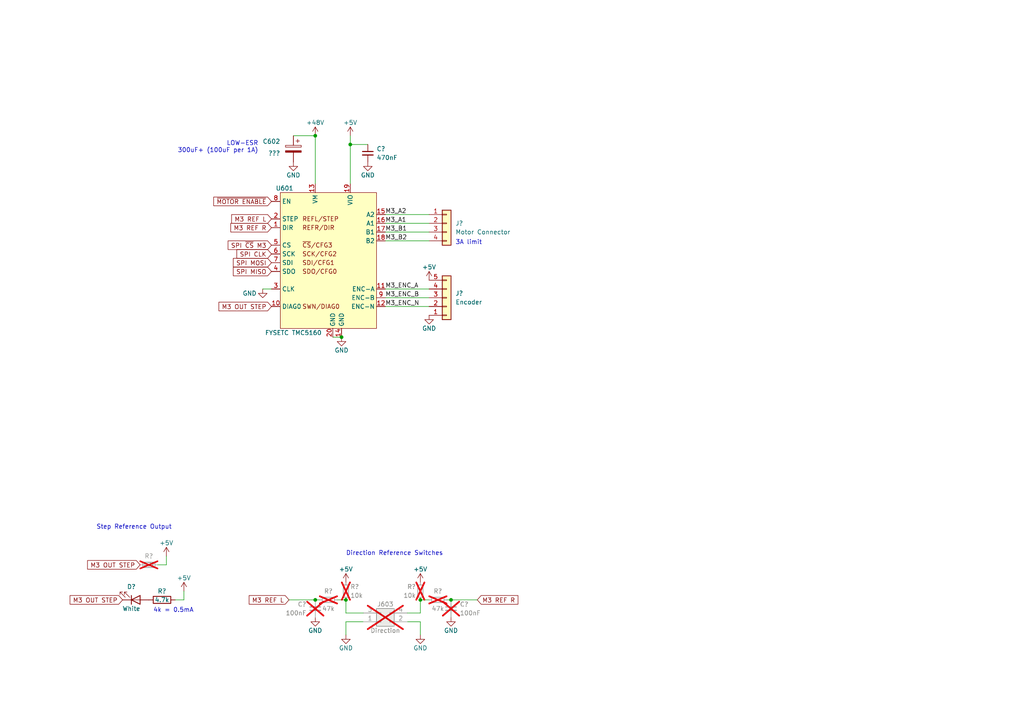
<source format=kicad_sch>
(kicad_sch (version 20230121) (generator eeschema)
  (paper "A4")
  (title_block (title "CAN 3D Printer (4 Motor) - Motor 3") (rev "1") (company "Abit Gray"))
  (lib_symbols
    (symbol "Connector_Generic:Conn_01x04" (pin_names (offset 1.016) hide)
      (property "Reference" "J" (at 0 5.08 0))
      (property "Value" "Conn_01x04" (at 0 -7.62 0))
      (symbol "Conn_01x04_1_1"
        (rectangle (start -1.27 -4.953) (end 0 -5.207) (stroke (width 0.1524)))
        (rectangle (start -1.27 -2.413) (end 0 -2.667) (stroke (width 0.1524)))
        (rectangle (start -1.27 0.127) (end 0 -0.127) (stroke (width 0.1524)))
        (rectangle (start -1.27 2.667) (end 0 2.413) (stroke (width 0.1524)))
        (rectangle (start -1.27 3.81) (end 1.27 -6.35) (stroke (width 0.254)) (fill (type background)))
        (pin passive line (at -5.08 2.54 0) (length 3.81) (name "Pin_1") (number "1"))
        (pin passive line (at -5.08 0 0) (length 3.81) (name "Pin_2") (number "2"))
        (pin passive line (at -5.08 -2.54 0) (length 3.81) (name "Pin_3") (number "3"))
        (pin passive line (at -5.08 -5.08 0) (length 3.81) (name "Pin_4") (number "4"))
      )
    )
    (symbol "Connector_Generic:Conn_01x05" (pin_names (offset 1.016) hide)
      (property "Reference" "J" (at 0 7.62 0))
      (property "Value" "Conn_01x05" (at 0 -7.62 0))
      (symbol "Conn_01x05_1_1"
        (rectangle (start -1.27 -4.953) (end 0 -5.207) (stroke (width 0.1524)))
        (rectangle (start -1.27 -2.413) (end 0 -2.667) (stroke (width 0.1524)))
        (rectangle (start -1.27 0.127) (end 0 -0.127) (stroke (width 0.1524)))
        (rectangle (start -1.27 2.667) (end 0 2.413) (stroke (width 0.1524)))
        (rectangle (start -1.27 5.207) (end 0 4.953) (stroke (width 0.1524)))
        (rectangle (start -1.27 6.35) (end 1.27 -6.35) (stroke (width 0.254)) (fill (type background)))
        (pin passive line (at -5.08 5.08 0) (length 3.81) (name "Pin_1") (number "1"))
        (pin passive line (at -5.08 2.54 0) (length 3.81) (name "Pin_2") (number "2"))
        (pin passive line (at -5.08 0 0) (length 3.81) (name "Pin_3") (number "3"))
        (pin passive line (at -5.08 -2.54 0) (length 3.81) (name "Pin_4") (number "4"))
        (pin passive line (at -5.08 -5.08 0) (length 3.81) (name "Pin_5") (number "5"))
      )
    )
    (symbol "Connector_Generic:Conn_02x02_Odd_Even" (pin_names (offset 1.016) hide)
      (property "Reference" "J" (at 1.27 2.54 0))
      (property "Value" "Conn_02x02_Odd_Even" (at 1.27 -5.08 0))
      (symbol "Conn_02x02_Odd_Even_1_1"
        (rectangle (start -1.27 -2.413) (end 0 -2.667) (stroke (width 0.1524)))
        (rectangle (start -1.27 0.127) (end 0 -0.127) (stroke (width 0.1524)))
        (rectangle (start -1.27 1.27) (end 3.81 -3.81) (stroke (width 0.254)) (fill (type background)))
        (rectangle (start 3.81 -2.413) (end 2.54 -2.667) (stroke (width 0.1524)))
        (rectangle (start 3.81 0.127) (end 2.54 -0.127) (stroke (width 0.1524)))
        (pin passive line (at -5.08 0 0) (length 3.81) (name "Pin_1") (number "1"))
        (pin passive line (at 7.62 0 180) (length 3.81) (name "Pin_2") (number "2"))
        (pin passive line (at -5.08 -2.54 0) (length 3.81) (name "Pin_3") (number "3"))
        (pin passive line (at 7.62 -2.54 180) (length 3.81) (name "Pin_4") (number "4"))
      )
    )
    (symbol "Custom:FYSETC_TMC5160"
      (property "Reference" "U" (at -13.97 6.35 0))
      (property "Value" "FYSETC TMC5160" (at -11.43 -35.56 0))
      (symbol "FYSETC_TMC5160_0_0"
        (pin unspecified line (at -17.78 -5.08 0) (length 2.54) (name "DIR") (number "1"))
        (pin unspecified line (at -17.78 -27.94 0) (length 2.54) (name "DIAG0") (number "10"))
        (pin input line (at 15.24 -22.86 180) (length 2.54) (name "ENC-A") (number "11"))
        (pin input line (at 15.24 -27.94 180) (length 2.54) (name "ENC-N") (number "12"))
        (pin power_in line (at -5.08 7.62 270) (length 2.54) (name "VM") (number "13"))
        (pin power_in line (at 2.54 -36.83 90) (length 2.54) (name "GND") (number "14"))
        (pin power_out line (at 15.24 -1.27 180) (length 2.54) (name "A2") (number "15"))
        (pin power_out line (at 15.24 -3.81 180) (length 2.54) (name "A1") (number "16"))
        (pin power_out line (at 15.24 -6.35 180) (length 2.54) (name "B1") (number "17"))
        (pin power_out line (at 15.24 -8.89 180) (length 2.54) (name "B2") (number "18"))
        (pin power_in line (at 5.08 7.62 270) (length 2.54) (name "VIO") (number "19"))
        (pin unspecified line (at -17.78 -2.54 0) (length 2.54) (name "STEP") (number "2"))
        (pin power_in line (at 0 -36.83 90) (length 2.54) (name "GND") (number "20"))
        (pin input line (at -17.78 -22.86 0) (length 2.54) (name "CLK") (number "3"))
        (pin output line (at -17.78 -17.78 0) (length 2.54) (name "SDO") (number "4"))
        (pin input line (at -17.78 -10.16 0) (length 2.54) (name "CS") (number "5"))
        (pin unspecified line (at -17.78 -12.7 0) (length 2.54) (name "SCK") (number "6"))
        (pin input line (at -17.78 -15.24 0) (length 2.54) (name "SDI") (number "7"))
        (pin input line (at -17.78 2.54 0) (length 2.54) (name "EN") (number "8"))
        (pin input line (at 15.24 -25.4 180) (length 2.54) (name "ENC-B") (number "9"))
      )
      (symbol "FYSETC_TMC5160_1_1"
        (rectangle (start -15.24 5.08) (end 12.7 -34.29) (fill (type background)))
        (text "REFL/STEP" (at -8.89 -2.54 0) (effects (font (size 1.27 1.27)) (justify left)))
        (text "REFR/DIR" (at -8.89 -5.08 0) (effects (font (size 1.27 1.27)) (justify left)))
        (text "SCK/CFG2" (at -8.89 -12.7 0) (effects (font (size 1.27 1.27)) (justify left)))
        (text "SDI/CFG1" (at -8.89 -15.24 0) (effects (font (size 1.27 1.27)) (justify left)))
        (text "SDO/CFG0" (at -8.89 -17.78 0) (effects (font (size 1.27 1.27)) (justify left)))
        (text "SWN/DIAG0" (at -8.89 -27.94 0) (effects (font (size 1.27 1.27)) (justify left)))
        (text "~{CS}/CFG3" (at -8.89 -10.16 0) (effects (font (size 1.27 1.27)) (justify left)))
      )
    )
    (symbol "Device:C_Polarized" (pin_numbers hide) (pin_names (offset 0.254))
      (property "Reference" "C" (at 0.635 2.54 0))
      (property "Value" "C_Polarized" (at 0.635 -2.54 0))
      (symbol "C_Polarized_0_1"
        (rectangle (start -2.286 0.508) (end 2.286 1.016))
        (polyline (pts (xy -1.778 2.286) (xy -0.762 2.286)))
        (polyline (pts (xy -1.27 2.794) (xy -1.27 1.778)))
        (rectangle (start 2.286 -0.508) (end -2.286 -1.016) (fill (type outline)))
      )
      (symbol "C_Polarized_1_1"
        (pin passive line (at 0 3.81 270) (length 2.794) (name "~") (number "1"))
        (pin passive line (at 0 -3.81 90) (length 2.794) (name "~") (number "2"))
      )
    )
    (symbol "Device:C_Small" (pin_numbers hide) (pin_names (offset 0.254) hide)
      (property "Reference" "C" (at 0.254 1.778 0))
      (property "Value" "C_Small" (at 0.254 -2.032 0))
      (symbol "C_Small_0_1"
        (polyline (pts (xy -1.524 -0.508) (xy 1.524 -0.508)) (stroke (width 0.3302)))
        (polyline (pts (xy -1.524 0.508) (xy 1.524 0.508)) (stroke (width 0.3048)))
      )
      (symbol "C_Small_1_1"
        (pin passive line (at 0 2.54 270) (length 2.032) (name "~") (number "1"))
        (pin passive line (at 0 -2.54 90) (length 2.032) (name "~") (number "2"))
      )
    )
    (symbol "Device:LED" (pin_numbers hide) (pin_names (offset 1.016) hide)
      (property "Reference" "D" (at 0 2.54 0))
      (property "Value" "LED" (at 0 -2.54 0))
      (symbol "LED_0_1"
        (polyline (pts (xy -1.27 -1.27) (xy -1.27 1.27)) (stroke (width 0.254)))
        (polyline (pts (xy -1.27 0) (xy 1.27 0)))
        (polyline (pts (xy 1.27 -1.27) (xy 1.27 1.27) (xy -1.27 0) (xy 1.27 -1.27)) (stroke (width 0.254)))
        (polyline (pts (xy -3.048 -0.762) (xy -4.572 -2.286) (xy -3.81 -2.286) (xy -4.572 -2.286) (xy -4.572 -1.524)))
        (polyline (pts (xy -1.778 -0.762) (xy -3.302 -2.286) (xy -2.54 -2.286) (xy -3.302 -2.286) (xy -3.302 -1.524)))
      )
      (symbol "LED_1_1"
        (pin passive line (at -3.81 0 0) (length 2.54) (name "K") (number "1"))
        (pin passive line (at 3.81 0 180) (length 2.54) (name "A") (number "2"))
      )
    )
    (symbol "Device:R" (pin_numbers hide) (pin_names (offset 0))
      (property "Reference" "R" (at 2.032 0 90))
      (property "Value" "R" (at 0 0 90))
      (symbol "R_0_1"
        (rectangle (start -1.016 -2.54) (end 1.016 2.54) (stroke (width 0.254)))
      )
      (symbol "R_1_1"
        (pin passive line (at 0 3.81 270) (length 1.27) (name "~") (number "1"))
        (pin passive line (at 0 -3.81 90) (length 1.27) (name "~") (number "2"))
      )
    )
    (symbol "Device:R_Small" (pin_numbers hide) (pin_names (offset 0.254) hide)
      (property "Reference" "R" (at 0.762 0.508 0))
      (property "Value" "R_Small" (at 0.762 -1.016 0))
      (symbol "R_Small_0_1"
        (rectangle (start -0.762 1.778) (end 0.762 -1.778) (stroke (width 0.2032)))
      )
      (symbol "R_Small_1_1"
        (pin passive line (at 0 2.54 270) (length 0.762) (name "~") (number "1"))
        (pin passive line (at 0 -2.54 90) (length 0.762) (name "~") (number "2"))
      )
    )
    (symbol "power:+48V" (power) (pin_names (offset 0))
      (property "Value" "+48V" (at 0 3.556 0))
      (symbol "+48V_0_1"
        (polyline (pts (xy -0.762 1.27) (xy 0 2.54)))
        (polyline (pts (xy 0 0) (xy 0 2.54)))
        (polyline (pts (xy 0 2.54) (xy 0.762 1.27)))
      )
      (symbol "+48V_1_1"
        (pin power_in line (at 0 0 90) (length 0) hide (name "+48V") (number "1"))
      )
    )
    (symbol "power:+5V" (power) (pin_names (offset 0))
      (property "Value" "+5V" (at 0 3.556 0))
      (symbol "+5V_0_1"
        (polyline (pts (xy -0.762 1.27) (xy 0 2.54)))
        (polyline (pts (xy 0 0) (xy 0 2.54)))
        (polyline (pts (xy 0 2.54) (xy 0.762 1.27)))
      )
      (symbol "+5V_1_1"
        (pin power_in line (at 0 0 90) (length 0) hide (name "+5V") (number "1"))
      )
    )
    (symbol "power:GND" (power) (pin_names (offset 0))
      (property "Value" "GND" (at 0 -3.81 0))
      (symbol "GND_0_1"
        (polyline (pts (xy 0 0) (xy 0 -1.27) (xy 1.27 -1.27) (xy 0 -2.54) (xy -1.27 -1.27) (xy 0 -1.27)))
      )
      (symbol "GND_1_1"
        (pin power_in line (at 0 0 270) (length 0) hide (name "GND") (number "1"))
      )
    )
  )
  (junction (at 121.92 173.99))
  (junction (at 130.81 173.99))
  (junction (at 91.44 173.99))
  (junction (at 91.44 39.37))
  (junction (at 100.33 173.99))
  (junction (at 99.06 97.79))
  (junction (at 101.6 41.91))
  (wire (pts (xy 118.11 180.34) (xy 121.92 180.34)))
  (wire (pts (xy 138.43 173.99) (xy 130.81 173.99)))
  (wire (pts (xy 91.44 39.37) (xy 91.44 53.34)))
  (wire (pts (xy 121.92 180.34) (xy 121.92 184.15)))
  (wire (pts (xy 111.76 64.77) (xy 124.46 64.77)))
  (wire (pts (xy 111.76 83.82) (xy 124.46 83.82)))
  (wire (pts (xy 100.33 177.8) (xy 100.33 173.99)))
  (wire (pts (xy 96.52 97.79) (xy 99.06 97.79)))
  (wire (pts (xy 91.44 173.99) (xy 92.71 173.99)))
  (wire (pts (xy 53.34 171.45) (xy 53.34 173.99)))
  (wire (pts (xy 111.76 88.9) (xy 124.46 88.9)))
  (wire (pts (xy 83.82 173.99) (xy 91.44 173.99)))
  (wire (pts (xy 48.26 161.29) (xy 48.26 163.83)))
  (wire (pts (xy 111.76 67.31) (xy 124.46 67.31)))
  (wire (pts (xy 111.76 69.85) (xy 124.46 69.85)))
  (wire (pts (xy 100.33 180.34) (xy 105.41 180.34)))
  (wire (pts (xy 124.46 173.99) (xy 121.92 173.99)))
  (wire (pts (xy 111.76 62.23) (xy 124.46 62.23)))
  (wire (pts (xy 121.92 177.8) (xy 121.92 173.99)))
  (wire (pts (xy 105.41 177.8) (xy 100.33 177.8)))
  (wire (pts (xy 76.2 83.82) (xy 78.74 83.82)))
  (wire (pts (xy 48.26 163.83) (xy 45.72 163.83)))
  (wire (pts (xy 118.11 177.8) (xy 121.92 177.8)))
  (wire (pts (xy 100.33 184.15) (xy 100.33 180.34)))
  (wire (pts (xy 101.6 41.91) (xy 101.6 53.34)))
  (wire (pts (xy 85.09 39.37) (xy 91.44 39.37)))
  (wire (pts (xy 97.79 173.99) (xy 100.33 173.99)))
  (wire (pts (xy 111.76 86.36) (xy 124.46 86.36)))
  (wire (pts (xy 101.6 41.91) (xy 106.68 41.91)))
  (wire (pts (xy 130.81 173.99) (xy 129.54 173.99)))
  (wire (pts (xy 101.6 39.37) (xy 101.6 41.91)))
  (wire (pts (xy 53.34 173.99) (xy 50.8 173.99)))
  (text "Step Reference Output" (at 27.94 153.67 0) (effects (font (size 1.27 1.27)) (justify left bottom)))
  (text "LOW-ESR\n300uF+ (100uF per 1A)" (at 74.93 44.45 0) (effects (font (size 1.27 1.27)) (justify right bottom)))
  (text "Direction Reference Switches" (at 100.33 161.29 0) (effects (font (size 1.27 1.27)) (justify left bottom)))
  (text "3A limit" (at 132.08 71.12 0) (effects (font (size 1.27 1.27)) (justify left bottom)))
  (text "4k = 0.5mA" (at 44.45 177.8 0) (effects (font (size 1.27 1.27)) (justify left bottom)))
  (label "M3_A2" (at 111.76 62.23 0))
  (label "M3_ENC_N" (at 111.76 88.9 0))
  (label "M3_ENC_B" (at 111.76 86.36 0))
  (label "M3_ENC_A" (at 111.76 83.82 0))
  (label "M3_B1" (at 111.76 67.31 0))
  (label "M3_B2" (at 111.76 69.85 0))
  (label "M3_A1" (at 111.76 64.77 0))
  (global_label "M3 OUT STEP" (shape input) (at 78.74 88.9 180) (property "Intersheetrefs" "${INTERSHEET_REFS}" (effects hide)))
  (global_label "SPI ~{CS} M3" (shape input) (at 78.74 71.12 180) (property "Intersheetrefs" "${INTERSHEET_REFS}" (effects hide)))
  (global_label "M3 REF L" (shape input) (at 78.74 63.5 180) (property "Intersheetrefs" "${INTERSHEET_REFS}" (effects hide)))
  (global_label "SPI CLK" (shape input) (at 78.74 73.66 180) (property "Intersheetrefs" "${INTERSHEET_REFS}" (effects hide)))
  (global_label "~{MOTOR ENABLE}" (shape input) (at 78.74 58.42 180) (property "Intersheetrefs" "${INTERSHEET_REFS}" (effects hide)))
  (global_label "SPI MISO" (shape input) (at 78.74 78.74 180) (property "Intersheetrefs" "${INTERSHEET_REFS}" (effects hide)))
  (global_label "M3 OUT STEP" (shape input) (at 35.56 173.99 180) (property "Intersheetrefs" "${INTERSHEET_REFS}" (effects hide)))
  (global_label "M3 REF R" (shape input) (at 78.74 66.04 180) (property "Intersheetrefs" "${INTERSHEET_REFS}" (effects hide)))
  (global_label "SPI MOSI" (shape input) (at 78.74 76.2 180) (property "Intersheetrefs" "${INTERSHEET_REFS}" (effects hide)))
  (global_label "M3 REF R" (shape input) (at 138.43 173.99 0) (property "Intersheetrefs" "${INTERSHEET_REFS}" (effects hide)))
  (global_label "M3 REF L" (shape input) (at 83.82 173.99 180) (property "Intersheetrefs" "${INTERSHEET_REFS}" (effects hide)))
  (global_label "M3 OUT STEP" (shape input) (at 40.64 163.83 180) (property "Intersheetrefs" "${INTERSHEET_REFS}" (effects hide)))
  (symbol (lib_id "power:GND") (at 106.68 46.99 0) (unit 1)
    (property "Reference" "#PWR?" (effects hide))
    (property "Value" "GND" (at 106.68 50.8 0))
    (instances (project "4MotorCAN" (path "" (reference "#PWR?") (unit 1)) (path "" (reference "#PWR0615") (unit 1)) (path "" (reference "#PWR0722") (unit 1)) (path "" (reference "#PWR0822") (unit 1)) (path "" (reference "#PWR0922") (unit 1))))
  )
  (symbol (lib_id "Device:C_Small") (at 106.68 44.45 0) (unit 1)
    (property "Reference" "C?" (at 109.22 43.1863 0) (effects (justify left)))
    (property "Value" "470nF" (at 109.22 45.7263 0) (effects (justify left)))
    (property "Footprint" "Capacitor_SMD:C_0603_1608Metric" (effects hide))
    (property "LCSC" "C1623" (effects hide))
    (instances (project "4MotorCAN" (path "" (reference "C?") (unit 1)) (path "" (reference "C601") (unit 1)) (path "" (reference "C?") (unit 1)) (path "" (reference "C801") (unit 1)) (path "" (reference "C?") (unit 1))))
  )
  (symbol (lib_id "Device:C_Polarized") (at 85.09 43.18 0) (mirror y) (unit 1)
    (property "Reference" "C602" (at 81.28 41.021 0) (effects (justify left)))
    (property "Value" "???" (at 81.28 44.45 0) (effects (justify left)))
    (property "Footprint" "Capacitor_THT:CP_Radial_D6.3mm_P2.50mm" (effects hide))
    (instances (project "4MotorCAN" (path "" (reference "C602") (unit 1)) (path "" (reference "C?") (unit 1)) (path "" (reference "C802") (unit 1)) (path "" (reference "C?") (unit 1))))
  )
  (symbol (lib_id "Device:R_Small") (at 121.92 171.45 180) (unit 1) (dnp yes)
    (property "Reference" "R?" (at 120.65 170.18 0) (effects (justify left)))
    (property "Value" "10k" (at 120.65 172.72 0) (effects (justify left)))
    (property "Footprint" "Resistor_SMD:R_0603_1608Metric" (effects hide))
    (property "LCSC" "C25804" (effects hide))
    (property "Mouser" "603-AC0603FR-1010KL" (effects hide))
    (instances (project "4MotorCAN" (path "" (reference "R?") (unit 1)) (path "" (reference "R613") (unit 1)) (path "" (reference "R?") (unit 1)) (path "" (reference "R813") (unit 1)) (path "" (reference "R?") (unit 1))))
  )
  (symbol (lib_id "Connector_Generic:Conn_02x02_Odd_Even") (at 110.49 180.34 0) (mirror x) (unit 1) (dnp yes)
    (property "Reference" "J603" (at 111.76 175.26 0))
    (property "Value" "Direction" (at 111.76 182.88 0))
    (property "Footprint" "Connector_PinHeader_2.54mm:PinHeader_2x02_P2.54mm_Vertical" (effects hide))
    (property "LCSC" "-" (effects hide))
    (property "Mouser" "-" (effects hide))
    (instances (project "4MotorCAN" (path "" (reference "J603") (unit 1)) (path "" (reference "J803") (unit 1))))
  )
  (symbol (lib_id "power:GND") (at 130.81 179.07 0) (mirror y) (unit 1)
    (property "Reference" "#PWR?" (effects hide))
    (property "Value" "GND" (at 130.81 182.88 0))
    (instances (project "4MotorCAN" (path "" (reference "#PWR?") (unit 1)) (path "" (reference "#PWR0622") (unit 1)) (path "" (reference "#PWR0716") (unit 1)) (path "" (reference "#PWR0816") (unit 1)) (path "" (reference "#PWR0916") (unit 1))))
  )
  (symbol (lib_id "power:+5V") (at 100.33 168.91 0) (unit 1)
    (property "Reference" "#PWR0619" (effects hide))
    (property "Value" "+5V" (at 100.33 165.1 0))
    (instances (project "4MotorCAN" (path "" (reference "#PWR0619") (unit 1)) (path "" (reference "#PWR0726") (unit 1)) (path "" (reference "#PWR0826") (unit 1)) (path "" (reference "#PWR0926") (unit 1))))
  )
  (symbol (lib_id "power:GND") (at 76.2 83.82 0) (unit 1)
    (property "Reference" "#PWR?" (effects hide))
    (property "Value" "GND" (at 72.39 85.09 0))
    (instances (project "4MotorCAN" (path "" (reference "#PWR?") (unit 1)) (path "" (reference "#PWR0636") (unit 1)) (path "" (reference "#PWR0706") (unit 1)) (path "" (reference "#PWR0806") (unit 1)) (path "" (reference "#PWR0906") (unit 1))))
  )
  (symbol (lib_id "power:+48V") (at 91.44 39.37 0) (unit 1)
    (property "Reference" "#PWR0204" (effects hide))
    (property "Value" "+48V" (at 91.44 35.56 0))
    (instances (project "4MotorCAN" (path "" (reference "#PWR0204") (unit 1)) (path "" (reference "#PWR0113") (unit 1)) (path "" (reference "#PWR0801") (unit 1))))
  )
  (symbol (lib_id "power:+5V") (at 121.92 168.91 0) (mirror y) (unit 1)
    (property "Reference" "#PWR0623" (effects hide))
    (property "Value" "+5V" (at 121.92 165.1 0))
    (instances (project "4MotorCAN" (path "" (reference "#PWR0623") (unit 1)) (path "" (reference "#PWR0726") (unit 1)) (path "" (reference "#PWR0144") (unit 1)) (path "" (reference "#PWR0926") (unit 1))))
  )
  (symbol (lib_id "Device:C_Small") (at 130.81 176.53 0) (unit 1) (dnp yes)
    (property "Reference" "C?" (at 133.35 175.2663 0) (effects (justify left)))
    (property "Value" "100nF" (at 133.35 177.8063 0) (effects (justify left)))
    (property "Footprint" "Capacitor_SMD:C_0402_1005Metric" (effects hide))
    (property "LCSC" "C60474" (effects hide))
    (instances (project "4MotorCAN" (path "" (reference "C?") (unit 1)) (path "" (reference "C612") (unit 1)) (path "" (reference "C?") (unit 1)) (path "" (reference "C812") (unit 1)) (path "" (reference "C?") (unit 1))))
  )
  (symbol (lib_id "power:GND") (at 85.09 46.99 0) (mirror y) (unit 1)
    (property "Reference" "#PWR?" (effects hide))
    (property "Value" "GND" (at 85.09 50.8 0))
    (instances (project "4MotorCAN" (path "" (reference "#PWR?") (unit 1)) (path "" (reference "#PWR0631") (unit 1)) (path "" (reference "#PWR0731") (unit 1)) (path "" (reference "#PWR0831") (unit 1)) (path "" (reference "#PWR0931") (unit 1))))
  )
  (symbol (lib_id "Device:LED") (at 39.37 173.99 0) (mirror x) (unit 1) (in_bom no)
    (property "Reference" "D?" (at 38.1 170.18 0))
    (property "Value" "White" (at 38.1 176.53 0))
    (property "Footprint" "LED_SMD:LED_0402_1005Metric" (effects hide))
    (property "Mouser" "720-LWQH8G-Q2S2-3K5L" (effects hide))
    (property "LCSC" "C434448" (effects hide))
    (instances (project "Head" (path "" (reference "D?") (unit 1))) (project "4MotorCAN" (path "" (reference "D104") (unit 1)) (path "" (reference "D?") (unit 1)) (path "" (reference "D?") (unit 1)) (path "" (reference "D601") (unit 1)) (path "" (reference "D801") (unit 1))))
  )
  (symbol (lib_id "Device:R_Small") (at 100.33 171.45 0) (mirror x) (unit 1) (dnp yes)
    (property "Reference" "R?" (at 101.6 170.18 0) (effects (justify left)))
    (property "Value" "10k" (at 101.6 172.72 0) (effects (justify left)))
    (property "Footprint" "Resistor_SMD:R_0603_1608Metric" (effects hide))
    (property "LCSC" "C25804" (effects hide))
    (property "Mouser" "603-AC0603FR-1010KL" (effects hide))
    (instances (project "4MotorCAN" (path "" (reference "R?") (unit 1)) (path "" (reference "R611") (unit 1)) (path "" (reference "R?") (unit 1)) (path "" (reference "R811") (unit 1)) (path "" (reference "R?") (unit 1))))
  )
  (symbol (lib_id "power:GND") (at 91.44 179.07 0) (unit 1)
    (property "Reference" "#PWR?" (effects hide))
    (property "Value" "GND" (at 91.44 182.88 0))
    (instances (project "4MotorCAN" (path "" (reference "#PWR?") (unit 1)) (path "" (reference "#PWR0621") (unit 1)) (path "" (reference "#PWR0709") (unit 1)) (path "" (reference "#PWR0809") (unit 1)) (path "" (reference "#PWR0909") (unit 1))))
  )
  (symbol (lib_id "Device:C_Small") (at 91.44 176.53 0) (mirror y) (unit 1) (dnp yes)
    (property "Reference" "C?" (at 88.9 175.2663 0) (effects (justify left)))
    (property "Value" "100nF" (at 88.9 177.8063 0) (effects (justify left)))
    (property "Footprint" "Capacitor_SMD:C_0402_1005Metric" (effects hide))
    (property "LCSC" "C60474" (effects hide))
    (instances (project "4MotorCAN" (path "" (reference "C?") (unit 1)) (path "" (reference "C611") (unit 1)) (path "" (reference "C?") (unit 1)) (path "" (reference "C811") (unit 1)) (path "" (reference "C?") (unit 1))))
  )
  (symbol (lib_id "power:GND") (at 121.92 184.15 0) (mirror y) (unit 1)
    (property "Reference" "#PWR?" (effects hide))
    (property "Value" "GND" (at 121.92 187.96 0))
    (instances (project "4MotorCAN" (path "" (reference "#PWR?") (unit 1)) (path "" (reference "#PWR0624") (unit 1)) (path "" (reference "#PWR0720") (unit 1)) (path "" (reference "#PWR0820") (unit 1)) (path "" (reference "#PWR0920") (unit 1))))
  )
  (symbol (lib_id "power:GND") (at 124.46 91.44 0) (unit 1)
    (property "Reference" "#PWR?" (effects hide))
    (property "Value" "GND" (at 124.46 95.25 0))
    (instances (project "4MotorCAN" (path "" (reference "#PWR?") (unit 1)) (path "" (reference "#PWR0627") (unit 1)) (path "" (reference "#PWR0727") (unit 1)) (path "" (reference "#PWR0827") (unit 1)) (path "" (reference "#PWR0927") (unit 1))))
  )
  (symbol (lib_id "power:+5V") (at 101.6 39.37 0) (unit 1)
    (property "Reference" "#PWR0634" (effects hide))
    (property "Value" "+5V" (at 101.6 35.56 0))
    (instances (project "4MotorCAN" (path "" (reference "#PWR0634") (unit 1)) (path "" (reference "#PWR0726") (unit 1)) (path "" (reference "#PWR0146") (unit 1)) (path "" (reference "#PWR0926") (unit 1))))
  )
  (symbol (lib_id "power:+5V") (at 124.46 81.28 0) (unit 1)
    (property "Reference" "#PWR0626" (effects hide))
    (property "Value" "+5V" (at 124.46 77.47 0))
    (instances (project "4MotorCAN" (path "" (reference "#PWR0626") (unit 1)) (path "" (reference "#PWR0726") (unit 1)) (path "" (reference "#PWR0145") (unit 1)) (path "" (reference "#PWR0926") (unit 1))))
  )
  (symbol (lib_id "power:GND") (at 99.06 97.79 0) (unit 1)
    (property "Reference" "#PWR?" (effects hide))
    (property "Value" "GND" (at 99.06 101.6 0))
    (instances (project "4MotorCAN" (path "" (reference "#PWR?") (unit 1)) (path "" (reference "#PWR0628") (unit 1)) (path "" (reference "#PWR0708") (unit 1)) (path "" (reference "#PWR0808") (unit 1)) (path "" (reference "#PWR0908") (unit 1))))
  )
  (symbol (lib_id "Connector_Generic:Conn_01x05") (at 129.54 86.36 0) (mirror x) (unit 1)
    (property "Reference" "J?" (at 132.08 85.09 0) (effects (justify left)))
    (property "Value" "Encoder" (at 132.08 87.63 0) (effects (justify left)))
    (property "Footprint" "Connector_JST:JST_XH_B5B-XH-A_1x05_P2.50mm_Vertical" (effects hide))
    (property "LCSC" "C5306531" (effects hide))
    (instances (project "4MotorCAN" (path "" (reference "J?") (unit 1)) (path "" (reference "J602") (unit 1)) (path "" (reference "J?") (unit 1)) (path "" (reference "J802") (unit 1)) (path "" (reference "J?") (unit 1))))
  )
  (symbol (lib_id "Device:R_Small") (at 127 173.99 270) (mirror x) (unit 1) (dnp yes)
    (property "Reference" "R?" (at 127 171.45 90))
    (property "Value" "47k" (at 127 176.53 90))
    (property "Footprint" "Resistor_SMD:R_0603_1608Metric" (effects hide))
    (property "LCSC" "C25819" (effects hide))
    (property "Mouser" "660-RK73H1JTTD4702F" (effects hide))
    (instances (project "4MotorCAN" (path "" (reference "R?") (unit 1)) (path "" (reference "R614") (unit 1)) (path "" (reference "R?") (unit 1)) (path "" (reference "R814") (unit 1)) (path "" (reference "R?") (unit 1))))
  )
  (symbol (lib_id "Device:R") (at 46.99 173.99 90) (unit 1)
    (property "Reference" "R?" (at 46.99 171.45 90))
    (property "Value" "4.7k" (at 46.99 173.99 90))
    (property "Footprint" "Resistor_SMD:R_0603_1608Metric" (effects hide))
    (property "LCSC" "C23162" (effects hide))
    (instances (project "Head" (path "" (reference "R?") (unit 1))) (project "4MotorCAN" (path "" (reference "R104") (unit 1)) (path "" (reference "R?") (unit 1)) (path "" (reference "R?") (unit 1)) (path "" (reference "R602") (unit 1)) (path "" (reference "R802") (unit 1))))
  )
  (symbol (lib_id "Connector_Generic:Conn_01x04") (at 129.54 64.77 0) (unit 1)
    (property "Reference" "J?" (at 132.08 64.77 0) (effects (justify left)))
    (property "Value" "Motor Connector" (at 132.08 67.31 0) (effects (justify left)))
    (property "Footprint" "Connector_JST:JST_XH_B4B-XH-A_1x04_P2.50mm_Vertical" (effects hide))
    (property "LCSC" "C594232" (effects hide))
    (instances (project "4MotorCAN" (path "" (reference "J?") (unit 1)) (path "" (reference "J601") (unit 1)) (path "" (reference "J?") (unit 1)) (path "" (reference "J801") (unit 1)) (path "" (reference "J?") (unit 1))))
  )
  (symbol (lib_id "power:+5V") (at 53.34 171.45 0) (unit 1)
    (property "Reference" "#PWR0601" (effects hide))
    (property "Value" "+5V" (at 53.34 167.64 0))
    (instances (project "4MotorCAN" (path "" (reference "#PWR0601") (unit 1)) (path "" (reference "#PWR0726") (unit 1)) (path "" (reference "#PWR0147") (unit 1)) (path "" (reference "#PWR0926") (unit 1))))
  )
  (symbol (lib_id "Device:R_Small") (at 43.18 163.83 90) (unit 1) (dnp yes)
    (property "Reference" "R?" (at 43.18 161.29 90))
    (property "Value" "47k" (at 43.18 163.83 90))
    (property "Footprint" "Resistor_SMD:R_0603_1608Metric" (effects hide))
    (property "LCSC" "C25819" (effects hide))
    (property "Mouser" "660-RK73H1JTTD4702F" (effects hide))
    (instances (project "4MotorCAN" (path "" (reference "R?") (unit 1)) (path "" (reference "R601") (unit 1)) (path "" (reference "R?") (unit 1)) (path "" (reference "R801") (unit 1)) (path "" (reference "R?") (unit 1))))
  )
  (symbol (lib_id "power:+5V") (at 48.26 161.29 0) (unit 1)
    (property "Reference" "#PWR0618" (effects hide))
    (property "Value" "+5V" (at 48.26 157.48 0))
    (instances (project "4MotorCAN" (path "" (reference "#PWR0618") (unit 1)) (path "" (reference "#PWR0726") (unit 1)) (path "" (reference "#PWR0148") (unit 1)) (path "" (reference "#PWR0926") (unit 1))))
  )
  (symbol (lib_id "power:GND") (at 100.33 184.15 0) (unit 1)
    (property "Reference" "#PWR?" (effects hide))
    (property "Value" "GND" (at 100.33 187.96 0))
    (instances (project "4MotorCAN" (path "" (reference "#PWR?") (unit 1)) (path "" (reference "#PWR0620") (unit 1)) (path "" (reference "#PWR0712") (unit 1)) (path "" (reference "#PWR0812") (unit 1)) (path "" (reference "#PWR0912") (unit 1))))
  )
  (symbol (lib_id "Device:R_Small") (at 95.25 173.99 90) (unit 1) (dnp yes)
    (property "Reference" "R?" (at 95.25 171.45 90))
    (property "Value" "47k" (at 95.25 176.53 90))
    (property "Footprint" "Resistor_SMD:R_0603_1608Metric" (effects hide))
    (property "LCSC" "C25819" (effects hide))
    (property "Mouser" "660-RK73H1JTTD4702F" (effects hide))
    (instances (project "4MotorCAN" (path "" (reference "R?") (unit 1)) (path "" (reference "R612") (unit 1)) (path "" (reference "R?") (unit 1)) (path "" (reference "R812") (unit 1)) (path "" (reference "R?") (unit 1))))
  )
  (symbol (lib_id "Custom:FYSETC_TMC5160") (at 96.52 60.96 0) (unit 1)
    (property "Reference" "U601" (at 82.55 54.61 0))
    (property "Value" "FYSETC TMC5160" (at 85.09 96.52 0))
    (property "Footprint" "Custom:FYSETC TMC5160" (effects hide))
    (property "Datasheet" "https://www.aliexpress.com/item/1005004054476007.html" (effects hide))
    (property "LCSC" "-" (effects hide))
    (property "Mouser" "-" (effects hide))
    (instances (project "4MotorCAN" (path "" (reference "U601") (unit 1)) (path "" (reference "U801") (unit 1))))
  )
)
</source>
